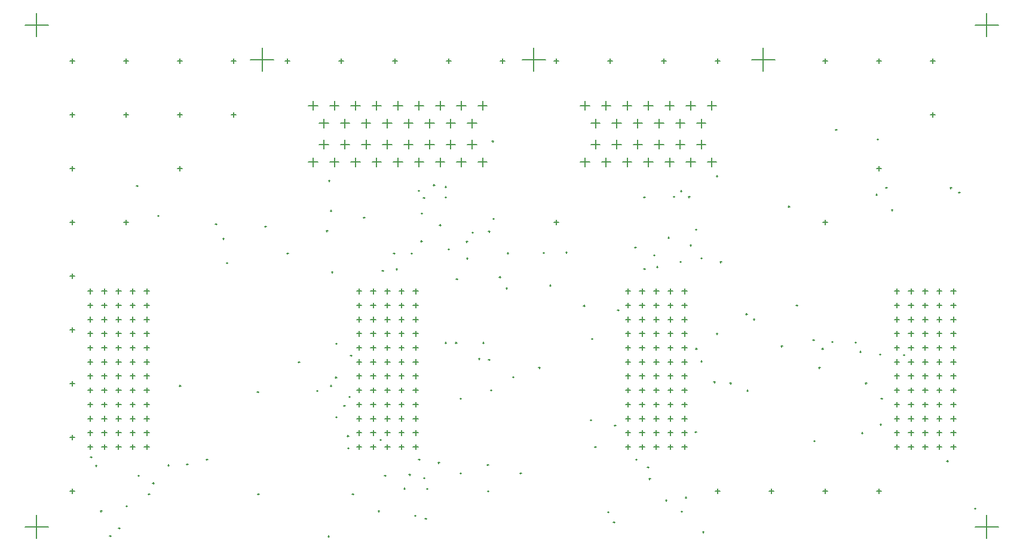
<source format=gbr>
G04*
G04 #@! TF.GenerationSoftware,Altium Limited,Altium Designer,23.0.1 (38)*
G04*
G04 Layer_Color=128*
%FSLAX25Y25*%
%MOIN*%
G70*
G04*
G04 #@! TF.SameCoordinates,88CA1221-A5B3-45BB-8031-3B943D831941*
G04*
G04*
G04 #@! TF.FilePolarity,Positive*
G04*
G01*
G75*
%ADD11C,0.00500*%
D11*
X384252Y245000D02*
X389370D01*
X386811Y242441D02*
Y247559D01*
X372441Y245000D02*
X377559D01*
X375000Y242441D02*
Y247559D01*
X360630Y245000D02*
X365748D01*
X363189Y242441D02*
Y247559D01*
X348819Y245000D02*
X353937D01*
X351378Y242441D02*
Y247559D01*
X337008Y245000D02*
X342126D01*
X339567Y242441D02*
Y247559D01*
X325197Y245000D02*
X330315D01*
X327756Y242441D02*
Y247559D01*
X313386Y245000D02*
X318504D01*
X315945Y242441D02*
Y247559D01*
X378346Y235157D02*
X383465D01*
X380906Y232598D02*
Y237716D01*
X366535Y235157D02*
X371654D01*
X369094Y232598D02*
Y237716D01*
X354724Y235157D02*
X359842D01*
X357283Y232598D02*
Y237716D01*
X342913Y235157D02*
X348031D01*
X345472Y232598D02*
Y237716D01*
X331102Y235157D02*
X336220D01*
X333661Y232598D02*
Y237716D01*
X319291Y235157D02*
X324410D01*
X321850Y232598D02*
Y237716D01*
X378346Y223346D02*
X383465D01*
X380906Y220787D02*
Y225905D01*
X366535Y223346D02*
X371654D01*
X369094Y220787D02*
Y225905D01*
X354724Y223346D02*
X359842D01*
X357283Y220787D02*
Y225905D01*
X342913Y223346D02*
X348031D01*
X345472Y220787D02*
Y225905D01*
X331102Y223346D02*
X336220D01*
X333661Y220787D02*
Y225905D01*
X319291Y223346D02*
X324410D01*
X321850Y220787D02*
Y225905D01*
X384252Y213504D02*
X389370D01*
X386811Y210945D02*
Y216063D01*
X372441Y213504D02*
X377559D01*
X375000Y210945D02*
Y216063D01*
X360630Y213504D02*
X365748D01*
X363189Y210945D02*
Y216063D01*
X348819Y213504D02*
X353937D01*
X351378Y210945D02*
Y216063D01*
X337008Y213504D02*
X342126D01*
X339567Y210945D02*
Y216063D01*
X325197Y213504D02*
X330315D01*
X327756Y210945D02*
Y216063D01*
X313386Y213504D02*
X318504D01*
X315945Y210945D02*
Y216063D01*
X256299Y245000D02*
X261417D01*
X258858Y242441D02*
Y247559D01*
X244488Y245000D02*
X249606D01*
X247047Y242441D02*
Y247559D01*
X232677Y245000D02*
X237795D01*
X235236Y242441D02*
Y247559D01*
X220866Y245000D02*
X225984D01*
X223425Y242441D02*
Y247559D01*
X209055Y245000D02*
X214173D01*
X211614Y242441D02*
Y247559D01*
X197244Y245000D02*
X202362D01*
X199803Y242441D02*
Y247559D01*
X185433Y245000D02*
X190551D01*
X187992Y242441D02*
Y247559D01*
X173622Y245000D02*
X178740D01*
X176181Y242441D02*
Y247559D01*
X161811Y245000D02*
X166929D01*
X164370Y242441D02*
Y247559D01*
X250394Y235157D02*
X255512D01*
X252953Y232598D02*
Y237716D01*
X238583Y235157D02*
X243701D01*
X241142Y232598D02*
Y237716D01*
X226772Y235157D02*
X231890D01*
X229331Y232598D02*
Y237716D01*
X214961Y235157D02*
X220079D01*
X217520Y232598D02*
Y237716D01*
X203150Y235157D02*
X208268D01*
X205709Y232598D02*
Y237716D01*
X191339Y235157D02*
X196457D01*
X193898Y232598D02*
Y237716D01*
X179527Y235157D02*
X184646D01*
X182087Y232598D02*
Y237716D01*
X167717Y235157D02*
X172835D01*
X170276Y232598D02*
Y237716D01*
X250394Y223346D02*
X255512D01*
X252953Y220787D02*
Y225905D01*
X238583Y223346D02*
X243701D01*
X241142Y220787D02*
Y225905D01*
X226772Y223346D02*
X231890D01*
X229331Y220787D02*
Y225905D01*
X214961Y223346D02*
X220079D01*
X217520Y220787D02*
Y225905D01*
X203150Y223346D02*
X208268D01*
X205709Y220787D02*
Y225905D01*
X191339Y223346D02*
X196457D01*
X193898Y220787D02*
Y225905D01*
X179527Y223346D02*
X184646D01*
X182087Y220787D02*
Y225905D01*
X167717Y223346D02*
X172835D01*
X170276Y220787D02*
Y225905D01*
X256299Y213504D02*
X261417D01*
X258858Y210945D02*
Y216063D01*
X244488Y213504D02*
X249606D01*
X247047Y210945D02*
Y216063D01*
X232677Y213504D02*
X237795D01*
X235236Y210945D02*
Y216063D01*
X220866Y213504D02*
X225984D01*
X223425Y210945D02*
Y216063D01*
X209055Y213504D02*
X214173D01*
X211614Y210945D02*
Y216063D01*
X197244Y213504D02*
X202362D01*
X199803Y210945D02*
Y216063D01*
X185433Y213504D02*
X190551D01*
X187992Y210945D02*
Y216063D01*
X173622Y213504D02*
X178740D01*
X176181Y210945D02*
Y216063D01*
X161811Y213504D02*
X166929D01*
X164370Y210945D02*
Y216063D01*
X408858Y270591D02*
X421850D01*
X415354Y264094D02*
Y277087D01*
X129331Y270591D02*
X142323D01*
X135827Y264094D02*
Y277087D01*
X280906Y270591D02*
X293898D01*
X287402Y264094D02*
Y277087D01*
X3500Y290000D02*
X16500D01*
X10000Y283500D02*
Y296500D01*
X533500Y10000D02*
X546500D01*
X540000Y3500D02*
Y16500D01*
X533500Y290000D02*
X546500D01*
X540000Y283500D02*
Y296500D01*
X3500Y10000D02*
X16500D01*
X10000Y3500D02*
Y16500D01*
X54321Y54598D02*
X57175D01*
X55748Y53171D02*
Y56026D01*
X54321Y62500D02*
X57175D01*
X55748Y61073D02*
Y63927D01*
X54321Y70402D02*
X57175D01*
X55748Y68974D02*
Y71829D01*
X54321Y78299D02*
X57175D01*
X55748Y76872D02*
Y79726D01*
X54321Y86201D02*
X57175D01*
X55748Y84774D02*
Y87628D01*
X54321Y94098D02*
X57175D01*
X55748Y92671D02*
Y95526D01*
X54321Y102000D02*
X57175D01*
X55748Y100573D02*
Y103427D01*
X54321Y109902D02*
X57175D01*
X55748Y108474D02*
Y111329D01*
X54321Y117799D02*
X57175D01*
X55748Y116372D02*
Y119226D01*
X54321Y125701D02*
X57175D01*
X55748Y124274D02*
Y127128D01*
X54321Y133598D02*
X57175D01*
X55748Y132171D02*
Y135026D01*
X46447Y54598D02*
X49301D01*
X47874Y53171D02*
Y56026D01*
X46447Y62500D02*
X49301D01*
X47874Y61073D02*
Y63927D01*
X46447Y70402D02*
X49301D01*
X47874Y68974D02*
Y71829D01*
X46447Y78299D02*
X49301D01*
X47874Y76872D02*
Y79726D01*
X46447Y86201D02*
X49301D01*
X47874Y84774D02*
Y87628D01*
X46447Y94098D02*
X49301D01*
X47874Y92671D02*
Y95526D01*
X46447Y102000D02*
X49301D01*
X47874Y100573D02*
Y103427D01*
X46447Y109902D02*
X49301D01*
X47874Y108474D02*
Y111329D01*
X46447Y117799D02*
X49301D01*
X47874Y116372D02*
Y119226D01*
X46447Y125701D02*
X49301D01*
X47874Y124274D02*
Y127128D01*
X46447Y133598D02*
X49301D01*
X47874Y132171D02*
Y135026D01*
X46447Y141500D02*
X49301D01*
X47874Y140073D02*
Y142927D01*
X38573Y54598D02*
X41427D01*
X40000Y53171D02*
Y56026D01*
X38573Y62500D02*
X41427D01*
X40000Y61073D02*
Y63927D01*
X38573Y70402D02*
X41427D01*
X40000Y68974D02*
Y71829D01*
X38573Y78299D02*
X41427D01*
X40000Y76872D02*
Y79726D01*
X38573Y86201D02*
X41427D01*
X40000Y84774D02*
Y87628D01*
X38573Y94098D02*
X41427D01*
X40000Y92671D02*
Y95526D01*
X38573Y102000D02*
X41427D01*
X40000Y100573D02*
Y103427D01*
X38573Y109902D02*
X41427D01*
X40000Y108474D02*
Y111329D01*
X38573Y117799D02*
X41427D01*
X40000Y116372D02*
Y119226D01*
X38573Y125701D02*
X41427D01*
X40000Y124274D02*
Y127128D01*
X38573Y133598D02*
X41427D01*
X40000Y132171D02*
Y135026D01*
X38573Y141500D02*
X41427D01*
X40000Y140073D02*
Y142927D01*
X54321Y141500D02*
X57175D01*
X55748Y140073D02*
Y142927D01*
X62195Y141500D02*
X65049D01*
X63622Y140073D02*
Y142927D01*
X62195Y94098D02*
X65049D01*
X63622Y92671D02*
Y95526D01*
X62195Y86201D02*
X65049D01*
X63622Y84774D02*
Y87628D01*
X62195Y78299D02*
X65049D01*
X63622Y76872D02*
Y79726D01*
X62195Y70402D02*
X65049D01*
X63622Y68974D02*
Y71829D01*
X62195Y62500D02*
X65049D01*
X63622Y61073D02*
Y63927D01*
X62195Y54598D02*
X65049D01*
X63622Y53171D02*
Y56026D01*
X62195Y102000D02*
X65049D01*
X63622Y100573D02*
Y103427D01*
X62195Y109902D02*
X65049D01*
X63622Y108474D02*
Y111329D01*
X62195Y117799D02*
X65049D01*
X63622Y116372D02*
Y119226D01*
X62195Y125701D02*
X65049D01*
X63622Y124274D02*
Y127128D01*
X62195Y133598D02*
X65049D01*
X63622Y132171D02*
Y135026D01*
X70069Y141500D02*
X72923D01*
X71496Y140073D02*
Y142927D01*
X70069Y94098D02*
X72923D01*
X71496Y92671D02*
Y95526D01*
X70069Y86201D02*
X72923D01*
X71496Y84774D02*
Y87628D01*
X70069Y78299D02*
X72923D01*
X71496Y76872D02*
Y79726D01*
X70069Y70402D02*
X72923D01*
X71496Y68974D02*
Y71829D01*
X70069Y62500D02*
X72923D01*
X71496Y61073D02*
Y63927D01*
X70069Y54598D02*
X72923D01*
X71496Y53171D02*
Y56026D01*
X70069Y102000D02*
X72923D01*
X71496Y100573D02*
Y103427D01*
X70069Y109902D02*
X72923D01*
X71496Y108474D02*
Y111329D01*
X70069Y117799D02*
X72923D01*
X71496Y116372D02*
Y119226D01*
X70069Y125701D02*
X72923D01*
X71496Y124274D02*
Y127128D01*
X70069Y133598D02*
X72923D01*
X71496Y132171D02*
Y135026D01*
X488573Y141500D02*
X491427D01*
X490000Y140073D02*
Y142927D01*
X488573Y133598D02*
X491427D01*
X490000Y132171D02*
Y135026D01*
X488573Y125701D02*
X491427D01*
X490000Y124274D02*
Y127128D01*
X488573Y117799D02*
X491427D01*
X490000Y116372D02*
Y119226D01*
X488573Y109902D02*
X491427D01*
X490000Y108474D02*
Y111329D01*
X488573Y102000D02*
X491427D01*
X490000Y100573D02*
Y103427D01*
X488573Y94098D02*
X491427D01*
X490000Y92671D02*
Y95526D01*
X488573Y86201D02*
X491427D01*
X490000Y84774D02*
Y87628D01*
X488573Y78299D02*
X491427D01*
X490000Y76872D02*
Y79726D01*
X488573Y70402D02*
X491427D01*
X490000Y68974D02*
Y71829D01*
X496447Y141500D02*
X499301D01*
X497874Y140073D02*
Y142927D01*
X496447Y133598D02*
X499301D01*
X497874Y132171D02*
Y135026D01*
X496447Y125701D02*
X499301D01*
X497874Y124274D02*
Y127128D01*
X496447Y117799D02*
X499301D01*
X497874Y116372D02*
Y119226D01*
X496447Y109902D02*
X499301D01*
X497874Y108474D02*
Y111329D01*
X496447Y102000D02*
X499301D01*
X497874Y100573D02*
Y103427D01*
X496447Y94098D02*
X499301D01*
X497874Y92671D02*
Y95526D01*
X496447Y86201D02*
X499301D01*
X497874Y84774D02*
Y87628D01*
X496447Y78299D02*
X499301D01*
X497874Y76872D02*
Y79726D01*
X496447Y70402D02*
X499301D01*
X497874Y68974D02*
Y71829D01*
X504321Y141500D02*
X507175D01*
X505748Y140073D02*
Y142927D01*
X504321Y133598D02*
X507175D01*
X505748Y132171D02*
Y135026D01*
X504321Y125701D02*
X507175D01*
X505748Y124274D02*
Y127128D01*
X504321Y117799D02*
X507175D01*
X505748Y116372D02*
Y119226D01*
X504321Y109902D02*
X507175D01*
X505748Y108474D02*
Y111329D01*
X504321Y102000D02*
X507175D01*
X505748Y100573D02*
Y103427D01*
X504321Y94098D02*
X507175D01*
X505748Y92671D02*
Y95526D01*
X504321Y86201D02*
X507175D01*
X505748Y84774D02*
Y87628D01*
X504321Y78299D02*
X507175D01*
X505748Y76872D02*
Y79726D01*
X504321Y70402D02*
X507175D01*
X505748Y68974D02*
Y71829D01*
X504321Y62500D02*
X507175D01*
X505748Y61073D02*
Y63927D01*
X512195Y141500D02*
X515049D01*
X513622Y140073D02*
Y142927D01*
X512195Y133598D02*
X515049D01*
X513622Y132171D02*
Y135026D01*
X512195Y125701D02*
X515049D01*
X513622Y124274D02*
Y127128D01*
X512195Y117799D02*
X515049D01*
X513622Y116372D02*
Y119226D01*
X512195Y109902D02*
X515049D01*
X513622Y108474D02*
Y111329D01*
X512195Y102000D02*
X515049D01*
X513622Y100573D02*
Y103427D01*
X512195Y70402D02*
X515049D01*
X513622Y68974D02*
Y71829D01*
X512195Y62500D02*
X515049D01*
X513622Y61073D02*
Y63927D01*
X512195Y54598D02*
X515049D01*
X513622Y53171D02*
Y56026D01*
X520069Y141500D02*
X522923D01*
X521496Y140073D02*
Y142927D01*
X520069Y133598D02*
X522923D01*
X521496Y132171D02*
Y135026D01*
X520069Y125701D02*
X522923D01*
X521496Y124274D02*
Y127128D01*
X520069Y117799D02*
X522923D01*
X521496Y116372D02*
Y119226D01*
X520069Y109902D02*
X522923D01*
X521496Y108474D02*
Y111329D01*
X520069Y102000D02*
X522923D01*
X521496Y100573D02*
Y103427D01*
X520069Y94098D02*
X522923D01*
X521496Y92671D02*
Y95526D01*
X520069Y86201D02*
X522923D01*
X521496Y84774D02*
Y87628D01*
X520069Y54598D02*
X522923D01*
X521496Y53171D02*
Y56026D01*
X520069Y62500D02*
X522923D01*
X521496Y61073D02*
Y63927D01*
X520069Y70402D02*
X522923D01*
X521496Y68974D02*
Y71829D01*
X520069Y78299D02*
X522923D01*
X521496Y76872D02*
Y79726D01*
X512195Y78299D02*
X515049D01*
X513622Y76872D02*
Y79726D01*
X512195Y86201D02*
X515049D01*
X513622Y84774D02*
Y87628D01*
X512195Y94098D02*
X515049D01*
X513622Y92671D02*
Y95526D01*
X504321Y54598D02*
X507175D01*
X505748Y53171D02*
Y56026D01*
X496447Y54598D02*
X499301D01*
X497874Y53171D02*
Y56026D01*
X496447Y62500D02*
X499301D01*
X497874Y61073D02*
Y63927D01*
X488573Y54598D02*
X491427D01*
X490000Y53171D02*
Y56026D01*
X488573Y62500D02*
X491427D01*
X490000Y61073D02*
Y63927D01*
X188573Y62500D02*
X191427D01*
X190000Y61073D02*
Y63927D01*
X188573Y54598D02*
X191427D01*
X190000Y53171D02*
Y56026D01*
X196447Y62500D02*
X199301D01*
X197874Y61073D02*
Y63927D01*
X196447Y54598D02*
X199301D01*
X197874Y53171D02*
Y56026D01*
X204321Y54598D02*
X207175D01*
X205748Y53171D02*
Y56026D01*
X212195Y94098D02*
X215049D01*
X213622Y92671D02*
Y95526D01*
X212195Y86201D02*
X215049D01*
X213622Y84774D02*
Y87628D01*
X212195Y78299D02*
X215049D01*
X213622Y76872D02*
Y79726D01*
X220069Y78299D02*
X222923D01*
X221496Y76872D02*
Y79726D01*
X220069Y70402D02*
X222923D01*
X221496Y68974D02*
Y71829D01*
X220069Y62500D02*
X222923D01*
X221496Y61073D02*
Y63927D01*
X220069Y54598D02*
X222923D01*
X221496Y53171D02*
Y56026D01*
X220069Y86201D02*
X222923D01*
X221496Y84774D02*
Y87628D01*
X220069Y94098D02*
X222923D01*
X221496Y92671D02*
Y95526D01*
X220069Y102000D02*
X222923D01*
X221496Y100573D02*
Y103427D01*
X220069Y109902D02*
X222923D01*
X221496Y108474D02*
Y111329D01*
X220069Y117799D02*
X222923D01*
X221496Y116372D02*
Y119226D01*
X220069Y125701D02*
X222923D01*
X221496Y124274D02*
Y127128D01*
X220069Y133598D02*
X222923D01*
X221496Y132171D02*
Y135026D01*
X220069Y141500D02*
X222923D01*
X221496Y140073D02*
Y142927D01*
X212195Y54598D02*
X215049D01*
X213622Y53171D02*
Y56026D01*
X212195Y62500D02*
X215049D01*
X213622Y61073D02*
Y63927D01*
X212195Y70402D02*
X215049D01*
X213622Y68974D02*
Y71829D01*
X212195Y102000D02*
X215049D01*
X213622Y100573D02*
Y103427D01*
X212195Y109902D02*
X215049D01*
X213622Y108474D02*
Y111329D01*
X212195Y117799D02*
X215049D01*
X213622Y116372D02*
Y119226D01*
X212195Y125701D02*
X215049D01*
X213622Y124274D02*
Y127128D01*
X212195Y133598D02*
X215049D01*
X213622Y132171D02*
Y135026D01*
X212195Y141500D02*
X215049D01*
X213622Y140073D02*
Y142927D01*
X204321Y62500D02*
X207175D01*
X205748Y61073D02*
Y63927D01*
X204321Y70402D02*
X207175D01*
X205748Y68974D02*
Y71829D01*
X204321Y78299D02*
X207175D01*
X205748Y76872D02*
Y79726D01*
X204321Y86201D02*
X207175D01*
X205748Y84774D02*
Y87628D01*
X204321Y94098D02*
X207175D01*
X205748Y92671D02*
Y95526D01*
X204321Y102000D02*
X207175D01*
X205748Y100573D02*
Y103427D01*
X204321Y109902D02*
X207175D01*
X205748Y108474D02*
Y111329D01*
X204321Y117799D02*
X207175D01*
X205748Y116372D02*
Y119226D01*
X204321Y125701D02*
X207175D01*
X205748Y124274D02*
Y127128D01*
X204321Y133598D02*
X207175D01*
X205748Y132171D02*
Y135026D01*
X204321Y141500D02*
X207175D01*
X205748Y140073D02*
Y142927D01*
X196447Y70402D02*
X199301D01*
X197874Y68974D02*
Y71829D01*
X196447Y78299D02*
X199301D01*
X197874Y76872D02*
Y79726D01*
X196447Y86201D02*
X199301D01*
X197874Y84774D02*
Y87628D01*
X196447Y94098D02*
X199301D01*
X197874Y92671D02*
Y95526D01*
X196447Y102000D02*
X199301D01*
X197874Y100573D02*
Y103427D01*
X196447Y109902D02*
X199301D01*
X197874Y108474D02*
Y111329D01*
X196447Y117799D02*
X199301D01*
X197874Y116372D02*
Y119226D01*
X196447Y125701D02*
X199301D01*
X197874Y124274D02*
Y127128D01*
X196447Y133598D02*
X199301D01*
X197874Y132171D02*
Y135026D01*
X196447Y141500D02*
X199301D01*
X197874Y140073D02*
Y142927D01*
X188573Y70402D02*
X191427D01*
X190000Y68974D02*
Y71829D01*
X188573Y78299D02*
X191427D01*
X190000Y76872D02*
Y79726D01*
X188573Y86201D02*
X191427D01*
X190000Y84774D02*
Y87628D01*
X188573Y94098D02*
X191427D01*
X190000Y92671D02*
Y95526D01*
X188573Y102000D02*
X191427D01*
X190000Y100573D02*
Y103427D01*
X188573Y109902D02*
X191427D01*
X190000Y108474D02*
Y111329D01*
X188573Y117799D02*
X191427D01*
X190000Y116372D02*
Y119226D01*
X188573Y125701D02*
X191427D01*
X190000Y124274D02*
Y127128D01*
X188573Y133598D02*
X191427D01*
X190000Y132171D02*
Y135026D01*
X188573Y141500D02*
X191427D01*
X190000Y140073D02*
Y142927D01*
X338573Y141500D02*
X341427D01*
X340000Y140073D02*
Y142927D01*
X338573Y133598D02*
X341427D01*
X340000Y132171D02*
Y135026D01*
X338573Y125701D02*
X341427D01*
X340000Y124274D02*
Y127128D01*
X338573Y117799D02*
X341427D01*
X340000Y116372D02*
Y119226D01*
X338573Y109902D02*
X341427D01*
X340000Y108474D02*
Y111329D01*
X338573Y102000D02*
X341427D01*
X340000Y100573D02*
Y103427D01*
X338573Y94098D02*
X341427D01*
X340000Y92671D02*
Y95526D01*
X338573Y86201D02*
X341427D01*
X340000Y84774D02*
Y87628D01*
X338573Y78299D02*
X341427D01*
X340000Y76872D02*
Y79726D01*
X338573Y70402D02*
X341427D01*
X340000Y68974D02*
Y71829D01*
X346447Y141500D02*
X349301D01*
X347874Y140073D02*
Y142927D01*
X346447Y133598D02*
X349301D01*
X347874Y132171D02*
Y135026D01*
X346447Y125701D02*
X349301D01*
X347874Y124274D02*
Y127128D01*
X346447Y117799D02*
X349301D01*
X347874Y116372D02*
Y119226D01*
X346447Y109902D02*
X349301D01*
X347874Y108474D02*
Y111329D01*
X346447Y102000D02*
X349301D01*
X347874Y100573D02*
Y103427D01*
X346447Y94098D02*
X349301D01*
X347874Y92671D02*
Y95526D01*
X346447Y86201D02*
X349301D01*
X347874Y84774D02*
Y87628D01*
X346447Y78299D02*
X349301D01*
X347874Y76872D02*
Y79726D01*
X346447Y70402D02*
X349301D01*
X347874Y68974D02*
Y71829D01*
X354321Y141500D02*
X357175D01*
X355748Y140073D02*
Y142927D01*
X354321Y133598D02*
X357175D01*
X355748Y132171D02*
Y135026D01*
X354321Y125701D02*
X357175D01*
X355748Y124274D02*
Y127128D01*
X354321Y117799D02*
X357175D01*
X355748Y116372D02*
Y119226D01*
X354321Y109902D02*
X357175D01*
X355748Y108474D02*
Y111329D01*
X354321Y102000D02*
X357175D01*
X355748Y100573D02*
Y103427D01*
X354321Y94098D02*
X357175D01*
X355748Y92671D02*
Y95526D01*
X354321Y86201D02*
X357175D01*
X355748Y84774D02*
Y87628D01*
X354321Y78299D02*
X357175D01*
X355748Y76872D02*
Y79726D01*
X354321Y70402D02*
X357175D01*
X355748Y68974D02*
Y71829D01*
X354321Y62500D02*
X357175D01*
X355748Y61073D02*
Y63927D01*
X362195Y141500D02*
X365049D01*
X363622Y140073D02*
Y142927D01*
X362195Y133598D02*
X365049D01*
X363622Y132171D02*
Y135026D01*
X362195Y125701D02*
X365049D01*
X363622Y124274D02*
Y127128D01*
X362195Y117799D02*
X365049D01*
X363622Y116372D02*
Y119226D01*
X362195Y109902D02*
X365049D01*
X363622Y108474D02*
Y111329D01*
X362195Y102000D02*
X365049D01*
X363622Y100573D02*
Y103427D01*
X362195Y70402D02*
X365049D01*
X363622Y68974D02*
Y71829D01*
X362195Y62500D02*
X365049D01*
X363622Y61073D02*
Y63927D01*
X362195Y54598D02*
X365049D01*
X363622Y53171D02*
Y56026D01*
X370069Y141500D02*
X372923D01*
X371496Y140073D02*
Y142927D01*
X370069Y133598D02*
X372923D01*
X371496Y132171D02*
Y135026D01*
X370069Y125701D02*
X372923D01*
X371496Y124274D02*
Y127128D01*
X370069Y117799D02*
X372923D01*
X371496Y116372D02*
Y119226D01*
X370069Y109902D02*
X372923D01*
X371496Y108474D02*
Y111329D01*
X370069Y102000D02*
X372923D01*
X371496Y100573D02*
Y103427D01*
X370069Y94098D02*
X372923D01*
X371496Y92671D02*
Y95526D01*
X370069Y86201D02*
X372923D01*
X371496Y84774D02*
Y87628D01*
X370069Y54598D02*
X372923D01*
X371496Y53171D02*
Y56026D01*
X370069Y62500D02*
X372923D01*
X371496Y61073D02*
Y63927D01*
X370069Y70402D02*
X372923D01*
X371496Y68974D02*
Y71829D01*
X370069Y78299D02*
X372923D01*
X371496Y76872D02*
Y79726D01*
X362195Y78299D02*
X365049D01*
X363622Y76872D02*
Y79726D01*
X362195Y86201D02*
X365049D01*
X363622Y84774D02*
Y87628D01*
X362195Y94098D02*
X365049D01*
X363622Y92671D02*
Y95526D01*
X354321Y54598D02*
X357175D01*
X355748Y53171D02*
Y56026D01*
X346447Y54598D02*
X349301D01*
X347874Y53171D02*
Y56026D01*
X346447Y62500D02*
X349301D01*
X347874Y61073D02*
Y63927D01*
X338573Y54598D02*
X341427D01*
X340000Y53171D02*
Y56026D01*
X338573Y62500D02*
X341427D01*
X340000Y61073D02*
Y63927D01*
X508600Y270000D02*
X511400D01*
X510000Y268600D02*
Y271400D01*
X508600Y240000D02*
X511400D01*
X510000Y238600D02*
Y241400D01*
X478600Y270000D02*
X481400D01*
X480000Y268600D02*
Y271400D01*
X478600Y210000D02*
X481400D01*
X480000Y208600D02*
Y211400D01*
X478600Y30000D02*
X481400D01*
X480000Y28600D02*
Y31400D01*
X448600Y270000D02*
X451400D01*
X450000Y268600D02*
Y271400D01*
X448600Y180000D02*
X451400D01*
X450000Y178600D02*
Y181400D01*
X448600Y30000D02*
X451400D01*
X450000Y28600D02*
Y31400D01*
X418600Y30000D02*
X421400D01*
X420000Y28600D02*
Y31400D01*
X388600Y270000D02*
X391400D01*
X390000Y268600D02*
Y271400D01*
X388600Y30000D02*
X391400D01*
X390000Y28600D02*
Y31400D01*
X358600Y270000D02*
X361400D01*
X360000Y268600D02*
Y271400D01*
X328600Y270000D02*
X331400D01*
X330000Y268600D02*
Y271400D01*
X298600Y270000D02*
X301400D01*
X300000Y268600D02*
Y271400D01*
X298600Y180000D02*
X301400D01*
X300000Y178600D02*
Y181400D01*
X268600Y270000D02*
X271400D01*
X270000Y268600D02*
Y271400D01*
X238600Y270000D02*
X241400D01*
X240000Y268600D02*
Y271400D01*
X208600Y270000D02*
X211400D01*
X210000Y268600D02*
Y271400D01*
X178600Y270000D02*
X181400D01*
X180000Y268600D02*
Y271400D01*
X148600Y270000D02*
X151400D01*
X150000Y268600D02*
Y271400D01*
X118600Y270000D02*
X121400D01*
X120000Y268600D02*
Y271400D01*
X118600Y240000D02*
X121400D01*
X120000Y238600D02*
Y241400D01*
X88600Y270000D02*
X91400D01*
X90000Y268600D02*
Y271400D01*
X88600Y240000D02*
X91400D01*
X90000Y238600D02*
Y241400D01*
X88600Y210000D02*
X91400D01*
X90000Y208600D02*
Y211400D01*
X58600Y270000D02*
X61400D01*
X60000Y268600D02*
Y271400D01*
X58600Y240000D02*
X61400D01*
X60000Y238600D02*
Y241400D01*
X58600Y180000D02*
X61400D01*
X60000Y178600D02*
Y181400D01*
X28600Y270000D02*
X31400D01*
X30000Y268600D02*
Y271400D01*
X28600Y240000D02*
X31400D01*
X30000Y238600D02*
Y241400D01*
X28600Y210000D02*
X31400D01*
X30000Y208600D02*
Y211400D01*
X28600Y180000D02*
X31400D01*
X30000Y178600D02*
Y181400D01*
X28600Y150000D02*
X31400D01*
X30000Y148600D02*
Y151400D01*
X28600Y120000D02*
X31400D01*
X30000Y118600D02*
Y121400D01*
X28600Y90000D02*
X31400D01*
X30000Y88600D02*
Y91400D01*
X28600Y60000D02*
X31400D01*
X30000Y58600D02*
Y61400D01*
X28600Y30000D02*
X31400D01*
X30000Y28600D02*
Y31400D01*
X65806Y200310D02*
X66594D01*
X66200Y199917D02*
Y200704D01*
X493606Y106000D02*
X494394D01*
X494000Y105606D02*
Y106394D01*
X334106Y131000D02*
X334894D01*
X334500Y130606D02*
Y131394D01*
X185106Y105500D02*
X185894D01*
X185500Y105106D02*
Y105894D01*
X201606Y58500D02*
X202394D01*
X202000Y58106D02*
Y58894D01*
X261606Y30000D02*
X262394D01*
X262000Y29606D02*
Y30394D01*
X183606Y54000D02*
X184394D01*
X184000Y53606D02*
Y54394D01*
X234806Y178400D02*
X235594D01*
X235200Y178006D02*
Y178794D01*
X224606Y185000D02*
X225394D01*
X225000Y184606D02*
Y185394D01*
X319606Y115000D02*
X320394D01*
X320000Y114606D02*
Y115394D01*
X263207Y86201D02*
X263995D01*
X263601Y85807D02*
Y86594D01*
X443606Y57900D02*
X444394D01*
X444000Y57506D02*
Y58294D01*
X177006Y71200D02*
X177794D01*
X177400Y70806D02*
Y71594D01*
X296206Y144700D02*
X296994D01*
X296600Y144306D02*
Y145094D01*
X480506Y67100D02*
X481294D01*
X480900Y66706D02*
Y67494D01*
X377406Y63000D02*
X378194D01*
X377800Y62606D02*
Y63394D01*
X391406Y157800D02*
X392194D01*
X391800Y157406D02*
Y158194D01*
X292606Y162832D02*
X293394D01*
X293000Y162438D02*
Y163226D01*
X290106Y98800D02*
X290894D01*
X290500Y98406D02*
Y99194D01*
X373706Y194100D02*
X374494D01*
X374100Y193706D02*
Y194494D01*
X365306Y194200D02*
X366094D01*
X365700Y193806D02*
Y194594D01*
X181406Y77600D02*
X182194D01*
X181800Y77206D02*
Y77994D01*
X268106Y149400D02*
X268894D01*
X268500Y149006D02*
Y149794D01*
X174506Y152100D02*
X175294D01*
X174900Y151706D02*
Y152494D01*
X166202Y85932D02*
X166990D01*
X166596Y85538D02*
Y86326D01*
X533206Y20300D02*
X533994D01*
X533600Y19906D02*
Y20694D01*
X483706Y199300D02*
X484494D01*
X484100Y198906D02*
Y199694D01*
X177006Y112300D02*
X177794D01*
X177400Y111906D02*
Y112694D01*
X77606Y183600D02*
X78394D01*
X78000Y183206D02*
Y183994D01*
X215006Y31400D02*
X215794D01*
X215400Y31006D02*
Y31794D01*
X104706Y47500D02*
X105494D01*
X105100Y47106D02*
Y47894D01*
X200606Y18800D02*
X201394D01*
X201000Y18406D02*
Y19194D01*
X42900Y44100D02*
X43687D01*
X43294Y43706D02*
Y44494D01*
X472406Y90100D02*
X473194D01*
X472800Y89706D02*
Y90494D01*
X355883Y155024D02*
X356670D01*
X356276Y154630D02*
Y155418D01*
X114006Y170800D02*
X114794D01*
X114400Y170406D02*
Y171194D01*
X224406Y169400D02*
X225194D01*
X224800Y169006D02*
Y169794D01*
X264606Y181900D02*
X265394D01*
X265000Y181506D02*
Y182294D01*
X246306Y81600D02*
X247094D01*
X246700Y81206D02*
Y81994D01*
X319006Y69600D02*
X319794D01*
X319400Y69206D02*
Y69994D01*
X186106Y28200D02*
X186894D01*
X186500Y27806D02*
Y28594D01*
X72406Y28200D02*
X73194D01*
X72800Y27806D02*
Y28594D01*
X133406Y28200D02*
X134194D01*
X133800Y27806D02*
Y28594D01*
X261406Y44600D02*
X262194D01*
X261800Y44206D02*
Y44994D01*
X93706Y44864D02*
X94494D01*
X94100Y44470D02*
Y45258D01*
X380506Y159900D02*
X381294D01*
X380900Y159506D02*
Y160294D01*
X305206Y163100D02*
X305994D01*
X305600Y162706D02*
Y163494D01*
X275506Y93500D02*
X276294D01*
X275900Y93106D02*
Y93894D01*
X380506Y102400D02*
X381294D01*
X380900Y102006D02*
Y102794D01*
X480306Y106300D02*
X481094D01*
X480700Y105906D02*
Y106694D01*
X183406Y60700D02*
X184194D01*
X183800Y60306D02*
Y61094D01*
X344338Y47500D02*
X345126D01*
X344732Y47106D02*
Y47894D01*
X372006Y26400D02*
X372794D01*
X372400Y26006D02*
Y26794D01*
X45706Y18800D02*
X46494D01*
X46100Y18406D02*
Y19194D01*
X328506Y18200D02*
X329294D01*
X328900Y17806D02*
Y18594D01*
X40106Y48900D02*
X40894D01*
X40500Y48506D02*
Y49294D01*
X321406Y54600D02*
X322194D01*
X321800Y54206D02*
Y54994D01*
X406183Y86023D02*
X406971D01*
X406577Y85629D02*
Y86417D01*
X517809Y46700D02*
X518596D01*
X518202Y46306D02*
Y47094D01*
X133106Y85300D02*
X133894D01*
X133500Y84906D02*
Y85694D01*
X369606Y18500D02*
X370394D01*
X370000Y18106D02*
Y18894D01*
X225874Y37168D02*
X226662D01*
X226268Y36774D02*
Y37562D01*
X74806Y34400D02*
X75594D01*
X75200Y34006D02*
Y34794D01*
X446406Y98800D02*
X447194D01*
X446800Y98406D02*
Y99194D01*
X262106Y103152D02*
X262894D01*
X262500Y102758D02*
Y103546D01*
X262106Y174800D02*
X262894D01*
X262500Y174406D02*
Y175194D01*
X156050Y102000D02*
X156838D01*
X156444Y101606D02*
Y102394D01*
X171706Y175100D02*
X172494D01*
X172100Y174706D02*
Y175494D01*
X374606Y167100D02*
X375394D01*
X375000Y166706D02*
Y167494D01*
X519706Y199100D02*
X520494D01*
X520100Y198706D02*
Y199494D01*
X362206Y171400D02*
X362994D01*
X362600Y171006D02*
Y171794D01*
X249706Y169100D02*
X250494D01*
X250100Y168706D02*
Y169494D01*
X425406Y110800D02*
X426194D01*
X425800Y110406D02*
Y111194D01*
X173006Y203100D02*
X173794D01*
X173400Y202706D02*
Y203494D01*
X237906Y199736D02*
X238694D01*
X238300Y199342D02*
Y200130D01*
X348706Y193900D02*
X349494D01*
X349100Y193506D02*
Y194294D01*
X237906Y193900D02*
X238694D01*
X238300Y193506D02*
Y194294D01*
X389206Y205700D02*
X389994D01*
X389600Y205306D02*
Y206094D01*
X389206Y117800D02*
X389994D01*
X389600Y117406D02*
Y118194D01*
X453606Y113300D02*
X454394D01*
X454000Y112906D02*
Y113694D01*
X115906Y157300D02*
X116694D01*
X116300Y156906D02*
Y157694D01*
X219006Y162500D02*
X219794D01*
X219400Y162106D02*
Y162894D01*
X524406Y196500D02*
X525194D01*
X524800Y196106D02*
Y196894D01*
X478306Y195400D02*
X479094D01*
X478700Y195006D02*
Y195794D01*
X410006Y125800D02*
X410794D01*
X410400Y125406D02*
Y126194D01*
X315106Y133400D02*
X315894D01*
X315500Y133006D02*
Y133794D01*
X433805Y133598D02*
X434592D01*
X434198Y133205D02*
Y133992D01*
X487006Y186800D02*
X487794D01*
X487400Y186406D02*
Y187194D01*
X173906Y88700D02*
X174694D01*
X174300Y88306D02*
Y89094D01*
X89706Y88700D02*
X90494D01*
X90100Y88306D02*
Y89094D01*
X331806Y12600D02*
X332594D01*
X332200Y12206D02*
Y12994D01*
X470206Y62400D02*
X470994D01*
X470600Y62006D02*
Y62794D01*
X204106Y38600D02*
X204894D01*
X204500Y38206D02*
Y38994D01*
X66529Y38600D02*
X67316D01*
X66922Y38206D02*
Y38994D01*
X234085Y45778D02*
X234872D01*
X234478Y45385D02*
Y46172D01*
X83306Y44400D02*
X84094D01*
X83700Y44006D02*
Y44794D01*
X377706Y109400D02*
X378494D01*
X378100Y109006D02*
Y109794D01*
X448106Y109400D02*
X448894D01*
X448500Y109006D02*
Y109794D01*
X377606Y175900D02*
X378394D01*
X378000Y175506D02*
Y176294D01*
X252974Y174200D02*
X253762D01*
X253368Y173806D02*
Y174594D01*
X455706Y231500D02*
X456494D01*
X456100Y231106D02*
Y231894D01*
X225806Y193520D02*
X226594D01*
X226200Y193126D02*
Y193913D01*
X369206Y197400D02*
X369994D01*
X369600Y197006D02*
Y197794D01*
X223006Y197600D02*
X223794D01*
X223400Y197206D02*
Y197994D01*
X173906Y186400D02*
X174694D01*
X174300Y186006D02*
Y186794D01*
X443106Y114300D02*
X443894D01*
X443500Y113906D02*
Y114694D01*
X429406Y188700D02*
X430194D01*
X429800Y188306D02*
Y189094D01*
X137406Y177500D02*
X138194D01*
X137800Y177106D02*
Y177894D01*
X405706Y128700D02*
X406494D01*
X406100Y128306D02*
Y129094D01*
X368906Y158000D02*
X369694D01*
X369300Y157606D02*
Y158394D01*
X272506Y162700D02*
X273294D01*
X272900Y162306D02*
Y163094D01*
X271906Y143100D02*
X272694D01*
X272300Y142706D02*
Y143494D01*
X231406Y200700D02*
X232194D01*
X231800Y200306D02*
Y201094D01*
X351706Y36800D02*
X352494D01*
X352100Y36406D02*
Y37194D01*
X481106Y81500D02*
X481894D01*
X481500Y81106D02*
Y81894D01*
X361006Y24800D02*
X361794D01*
X361400Y24406D02*
Y25194D01*
X223106Y47500D02*
X223894D01*
X223500Y47106D02*
Y47894D01*
X264106Y225100D02*
X264894D01*
X264500Y224706D02*
Y225494D01*
X55806Y9200D02*
X56594D01*
X56200Y8806D02*
Y9594D01*
X387806Y90800D02*
X388594D01*
X388200Y90406D02*
Y91194D01*
X227606Y31300D02*
X228394D01*
X228000Y30906D02*
Y31694D01*
X59928Y21653D02*
X60715D01*
X60322Y21259D02*
Y22047D01*
X354206Y161500D02*
X354994D01*
X354600Y161106D02*
Y161894D01*
X249906Y159800D02*
X250694D01*
X250300Y159406D02*
Y160194D01*
X239606Y165000D02*
X240394D01*
X240000Y164606D02*
Y165394D01*
X343706Y165900D02*
X344494D01*
X344100Y165506D02*
Y166294D01*
X209106Y162500D02*
X209894D01*
X209500Y162106D02*
Y162894D01*
X149706Y162500D02*
X150494D01*
X150100Y162106D02*
Y162894D01*
X202815Y152900D02*
X203602D01*
X203209Y152506D02*
Y153294D01*
X348806Y153900D02*
X349594D01*
X349200Y153506D02*
Y154294D01*
X210506Y153800D02*
X211294D01*
X210900Y153406D02*
Y154194D01*
X244106Y148200D02*
X244894D01*
X244500Y147806D02*
Y148594D01*
X332406Y66500D02*
X333194D01*
X332800Y66106D02*
Y66894D01*
X350781Y43330D02*
X351568D01*
X351174Y42936D02*
Y43724D01*
X184206Y82498D02*
X184994D01*
X184600Y82105D02*
Y82892D01*
X479034Y226172D02*
X479822D01*
X479428Y225778D02*
Y226566D01*
X176706Y93400D02*
X177494D01*
X177100Y93006D02*
Y93794D01*
X217806Y39100D02*
X218594D01*
X218200Y38706D02*
Y39494D01*
X396806Y90100D02*
X397594D01*
X397200Y89706D02*
Y90494D01*
X237906Y112700D02*
X238694D01*
X238300Y112306D02*
Y113094D01*
X243706Y112700D02*
X244494D01*
X244100Y112306D02*
Y113094D01*
X259006Y112700D02*
X259794D01*
X259400Y112306D02*
Y113094D01*
X226806Y14500D02*
X227594D01*
X227200Y14106D02*
Y14894D01*
X50806Y5000D02*
X51594D01*
X51200Y4606D02*
Y5394D01*
X469306Y107700D02*
X470094D01*
X469700Y107306D02*
Y108094D01*
X256606Y103800D02*
X257394D01*
X257000Y103406D02*
Y104194D01*
X466538Y112968D02*
X467326D01*
X466932Y112574D02*
Y113362D01*
X381506Y7100D02*
X382294D01*
X381900Y6706D02*
Y7494D01*
X172606Y4700D02*
X173394D01*
X173000Y4306D02*
Y5094D01*
X221006Y16200D02*
X221794D01*
X221400Y15806D02*
Y16594D01*
X246206Y40000D02*
X246994D01*
X246600Y39606D02*
Y40394D01*
X279706Y40000D02*
X280494D01*
X280100Y39606D02*
Y40394D01*
X109806Y179000D02*
X110594D01*
X110200Y178606D02*
Y179394D01*
X192406Y182600D02*
X193194D01*
X192800Y182206D02*
Y182994D01*
M02*

</source>
